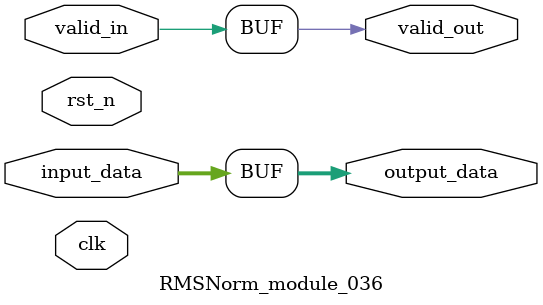
<source format=v>

module RMSNorm_module_036 (
    input clk,
    input rst_n,
    input valid_in,
    output valid_out,
    // Add specific ports based on operator type
    input [31:0] input_data,
    output [31:0] output_data
);

    // Module implementation would go here
    // This is a template - actual implementation depends on the operator
    
        // Generic operator implementation
    assign output_data = input_data; // Placeholder
    assign valid_out = valid_in;

endmodule

</source>
